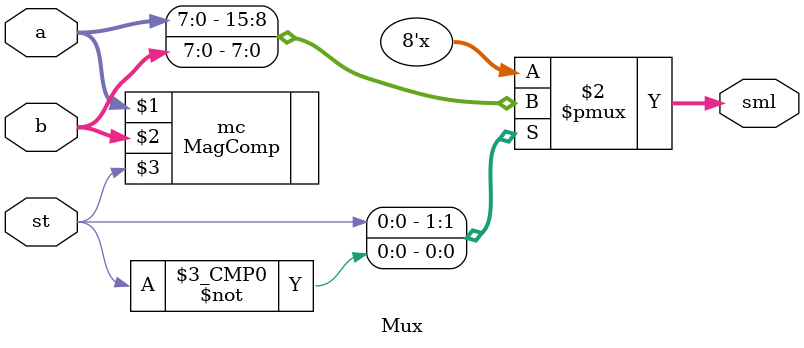
<source format=v>
module Mux(a, b, st, sml) ;
  parameter n = 8 ;
  input [n-1:0] a, b ; 
  input st ; 
  output[n-1:0] sml ;
  reg [n-1:0] sml;
  wire st;
  MagComp mc(a,b,st);
  always @(*) begin
    case(st)
      1: sml = a;
      0: sml = b;
      default: sml = {n{1'bx}};
    endcase
  end
endmodule

</source>
